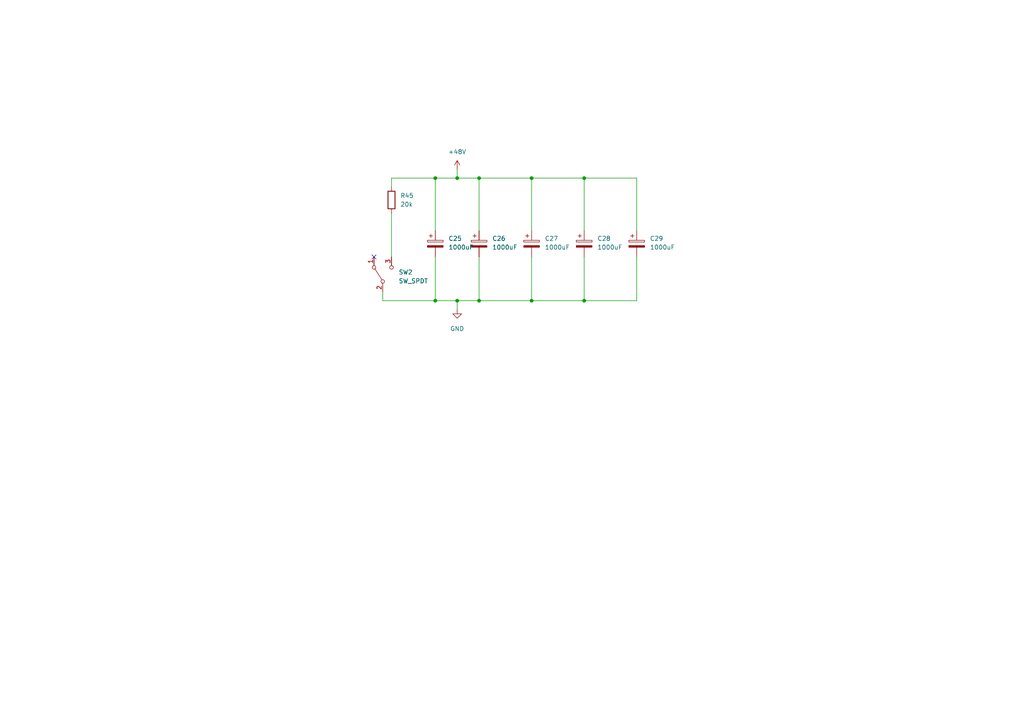
<source format=kicad_sch>
(kicad_sch (version 20231120) (generator "eeschema") (generator_version "8.0")
  (paper "A4")
  (lib_symbols
    (symbol "Device:C_Polarized" (pin_numbers hide) (pin_names (offset 0.254))
      (property "Reference" "C" (at 0.635 2.54 0))
      (property "Value" "C_Polarized" (at 0.635 -2.54 0))
      (symbol "C_Polarized_0_1"
        (rectangle (start -2.286 0.508) (end 2.286 1.016))
        (polyline (pts (xy -1.778 2.286) (xy -0.762 2.286)))
        (polyline (pts (xy -1.27 2.794) (xy -1.27 1.778)))
        (rectangle (start 2.286 -0.508) (end -2.286 -1.016) (fill (type outline)))
      )
      (symbol "C_Polarized_1_1"
        (pin passive line (at 0 3.81 270) (length 2.794) (name "~") (number "1"))
        (pin passive line (at 0 -3.81 90) (length 2.794) (name "~") (number "2"))
      )
    )
    (symbol "Device:R" (pin_numbers hide) (pin_names (offset 0))
      (property "Reference" "R" (at 2.032 0 90))
      (property "Value" "R" (at 0 0 90))
      (symbol "R_0_1"
        (rectangle (start -1.016 -2.54) (end 1.016 2.54) (stroke (width 0.254)))
      )
      (symbol "R_1_1"
        (pin passive line (at 0 3.81 270) (length 1.27) (name "~") (number "1"))
        (pin passive line (at 0 -3.81 90) (length 1.27) (name "~") (number "2"))
      )
    )
    (symbol "Switch:SW_SPDT" (pin_names (offset 0) hide)
      (property "Reference" "SW" (at 0 4.318 0))
      (property "Value" "SW_SPDT" (at 0 -5.08 0))
      (symbol "SW_SPDT_0_0"
        (circle (center -2.032 0) (radius 0.508))
        (circle (center 2.032 -2.54) (radius 0.508))
      )
      (symbol "SW_SPDT_0_1"
        (polyline (pts (xy -1.524 0.254) (xy 1.651 2.286)))
        (circle (center 2.032 2.54) (radius 0.508))
      )
      (symbol "SW_SPDT_1_1"
        (pin passive line (at 5.08 2.54 180) (length 2.54) (name "A") (number "1"))
        (pin passive line (at -5.08 0 0) (length 2.54) (name "B") (number "2"))
        (pin passive line (at 5.08 -2.54 180) (length 2.54) (name "C") (number "3"))
      )
    )
    (symbol "power:+48V" (power) (pin_names (offset 0))
      (property "Value" "+48V" (at 0 3.556 0))
      (symbol "+48V_0_1"
        (polyline (pts (xy -0.762 1.27) (xy 0 2.54)))
        (polyline (pts (xy 0 0) (xy 0 2.54)))
        (polyline (pts (xy 0 2.54) (xy 0.762 1.27)))
      )
      (symbol "+48V_1_1"
        (pin power_in line (at 0 0 90) (length 0) hide (name "+48V") (number "1"))
      )
    )
    (symbol "power:GND" (power) (pin_numbers hide) (pin_names (offset 0) hide)
      (property "Value" "GND" (at 0 -3.81 0))
      (symbol "GND_0_1"
        (polyline (pts (xy 0 0) (xy 0 -1.27) (xy 1.27 -1.27) (xy 0 -2.54) (xy -1.27 -1.27) (xy 0 -1.27)))
      )
      (symbol "GND_1_1"
        (pin power_in line (at 0 0 270) (length 0) (name "~") (number "1"))
      )
    )
  )
  (junction (at 154.1915 87.2195))
  (junction (at 132.6015 87.2195))
  (junction (at 126.2515 51.6595))
  (junction (at 169.4315 87.2195))
  (junction (at 169.4315 51.6595))
  (junction (at 138.9515 51.6595))
  (junction (at 126.2515 87.2195))
  (junction (at 154.1915 51.6595))
  (junction (at 138.9515 87.2195))
  (junction (at 132.6015 51.6595))
  (no_connect (at 108.4715 74.5195))
  (wire (pts (xy 169.4315 51.6595) (xy 169.4315 66.8995)))
  (wire (pts (xy 132.6015 49.1195) (xy 132.6015 51.6595)))
  (wire (pts (xy 132.6015 87.2195) (xy 138.9515 87.2195)))
  (wire (pts (xy 138.9515 74.5195) (xy 138.9515 87.2195)))
  (wire (pts (xy 154.1915 74.5195) (xy 154.1915 87.2195)))
  (wire (pts (xy 169.4315 74.5195) (xy 169.4315 87.2195)))
  (wire (pts (xy 132.6015 51.6595) (xy 138.9515 51.6595)))
  (wire (pts (xy 111.0115 87.2195) (xy 126.2515 87.2195)))
  (wire (pts (xy 138.9515 51.6595) (xy 138.9515 66.8995)))
  (wire (pts (xy 154.1915 51.6595) (xy 154.1915 66.8995)))
  (wire (pts (xy 184.6715 51.6595) (xy 184.6715 66.8995)))
  (wire (pts (xy 111.0115 84.6795) (xy 111.0115 87.2195)))
  (wire (pts (xy 132.6015 87.2195) (xy 132.6015 89.7595)))
  (wire (pts (xy 113.5515 61.8195) (xy 113.5515 74.5195)))
  (wire (pts (xy 138.9515 87.2195) (xy 154.1915 87.2195)))
  (wire (pts (xy 154.1915 51.6595) (xy 169.4315 51.6595)))
  (wire (pts (xy 126.2515 87.2195) (xy 132.6015 87.2195)))
  (wire (pts (xy 184.6715 74.5195) (xy 184.6715 87.2195)))
  (wire (pts (xy 154.1915 87.2195) (xy 169.4315 87.2195)))
  (wire (pts (xy 138.9515 51.6595) (xy 154.1915 51.6595)))
  (wire (pts (xy 113.5515 51.6595) (xy 113.5515 54.1995)))
  (wire (pts (xy 113.5515 51.6595) (xy 126.2515 51.6595)))
  (wire (pts (xy 126.2515 51.6595) (xy 132.6015 51.6595)))
  (wire (pts (xy 169.4315 87.2195) (xy 184.6715 87.2195)))
  (wire (pts (xy 169.4315 51.6595) (xy 184.6715 51.6595)))
  (wire (pts (xy 126.2515 51.6595) (xy 126.2515 66.8995)))
  (wire (pts (xy 126.2515 74.5195) (xy 126.2515 87.2195)))
  (symbol (lib_id "power:GND") (at 132.6015 89.7595 0) (unit 1)
    (property "Reference" "#PWR074" (effects (hide yes)))
    (property "Value" "GND" (at 132.6015 95.3458 0))
  )
  (symbol (lib_id "Device:C_Polarized") (at 184.6715 70.7095 0) (unit 1)
    (property "Reference" "C29" (at 188.4815 69.1855 0) (effects (justify left)))
    (property "Value" "1000uF" (at 188.4815 71.7255 0) (effects (justify left)))
    (property "Footprint" "2025:CP_Radial_D16.0mm_P7.50mm" (effects (hide yes)))
    (property "LCSC" "C1669545" (effects (hide yes)))
  )
  (symbol (lib_id "Device:C_Polarized") (at 126.2515 70.7095 0) (unit 1)
    (property "Reference" "C25" (at 130.0615 69.1855 0) (effects (justify left)))
    (property "Value" "1000uF" (at 130.0615 71.7255 0) (effects (justify left)))
    (property "Footprint" "2025:CP_Radial_D16.0mm_P7.50mm" (effects (hide yes)))
    (property "LCSC" "C1669545" (effects (hide yes)))
  )
  (symbol (lib_id "Device:C_Polarized") (at 138.9515 70.7095 0) (unit 1)
    (property "Reference" "C26" (at 142.7615 69.1855 0) (effects (justify left)))
    (property "Value" "1000uF" (at 142.7615 71.7255 0) (effects (justify left)))
    (property "Footprint" "2025:CP_Radial_D16.0mm_P7.50mm" (effects (hide yes)))
    (property "LCSC" "C1669545" (effects (hide yes)))
  )
  (symbol (lib_id "power:+48V") (at 132.6015 49.1195 0) (unit 1)
    (property "Reference" "#PWR073" (effects (hide yes)))
    (property "Value" "+48V" (at 132.6015 44.0395 0))
  )
  (symbol (lib_id "Device:C_Polarized") (at 154.1915 70.7095 0) (unit 1)
    (property "Reference" "C27" (at 158.0015 69.1855 0) (effects (justify left)))
    (property "Value" "1000uF" (at 158.0015 71.7255 0) (effects (justify left)))
    (property "Footprint" "2025:CP_Radial_D16.0mm_P7.50mm" (effects (hide yes)))
    (property "LCSC" "C1669545" (effects (hide yes)))
  )
  (symbol (lib_id "Device:C_Polarized") (at 169.4315 70.7095 0) (unit 1)
    (property "Reference" "C28" (at 173.2415 69.1855 0) (effects (justify left)))
    (property "Value" "1000uF" (at 173.2415 71.7255 0) (effects (justify left)))
    (property "Footprint" "2025:CP_Radial_D16.0mm_P7.50mm" (effects (hide yes)))
    (property "LCSC" "C1669545" (effects (hide yes)))
  )
  (symbol (lib_id "Switch:SW_SPDT") (at 111.0115 79.5995 90) (unit 1)
    (property "Reference" "SW2" (at 115.6004 78.9645 90) (effects (justify right)))
    (property "Value" "SW_SPDT" (at 115.6004 81.5045 90) (effects (justify right)))
    (property "Footprint" "2025:SS12D00G3" (effects (hide yes)))
  )
  (symbol (lib_id "Device:R") (at 113.5515 58.0095 0) (unit 1)
    (property "Reference" "R45" (at 116.0915 56.7394 0) (effects (justify left)))
    (property "Value" "20k" (at 116.0915 59.2794 0) (effects (justify left)))
    (property "Footprint" "2025:res0603" (effects (hide yes)))
  )
)
</source>
